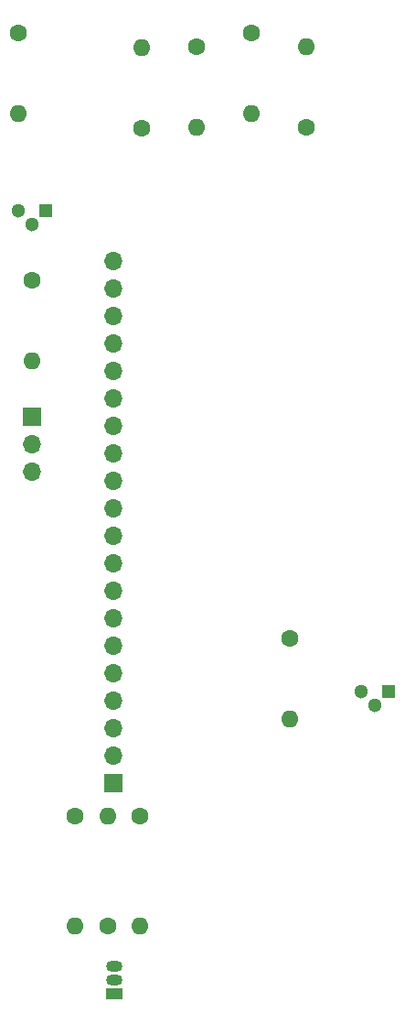
<source format=gbs>
G04 #@! TF.GenerationSoftware,KiCad,Pcbnew,(6.0.7)*
G04 #@! TF.CreationDate,2022-11-05T23:49:30+01:00*
G04 #@! TF.ProjectId,vogelhuisje_camera_board,766f6765-6c68-4756-9973-6a655f63616d,rev?*
G04 #@! TF.SameCoordinates,Original*
G04 #@! TF.FileFunction,Soldermask,Bot*
G04 #@! TF.FilePolarity,Negative*
%FSLAX46Y46*%
G04 Gerber Fmt 4.6, Leading zero omitted, Abs format (unit mm)*
G04 Created by KiCad (PCBNEW (6.0.7)) date 2022-11-05 23:49:30*
%MOMM*%
%LPD*%
G01*
G04 APERTURE LIST*
%ADD10C,1.600000*%
%ADD11O,1.600000X1.600000*%
%ADD12R,1.300000X1.300000*%
%ADD13C,1.300000*%
%ADD14R,1.700000X1.700000*%
%ADD15O,1.700000X1.700000*%
%ADD16R,1.500000X1.050000*%
%ADD17O,1.500000X1.050000*%
G04 APERTURE END LIST*
D10*
X117867500Y-114420000D03*
D11*
X117867500Y-121920000D03*
D10*
X104140000Y-67310000D03*
D11*
X104140000Y-59810000D03*
D10*
X92710000Y-58480000D03*
D11*
X92710000Y-65980000D03*
D10*
X119380000Y-67250000D03*
D11*
X119380000Y-59750000D03*
D10*
X93980000Y-81340000D03*
D11*
X93980000Y-88840000D03*
D10*
X114300000Y-58480000D03*
D11*
X114300000Y-65980000D03*
D10*
X109220000Y-59750000D03*
D11*
X109220000Y-67250000D03*
D12*
X127000000Y-119380000D03*
D13*
X125730000Y-120650000D03*
X124460000Y-119380000D03*
D12*
X95250000Y-74930000D03*
D13*
X93980000Y-76200000D03*
X92710000Y-74930000D03*
D14*
X93980000Y-93980000D03*
D15*
X93980000Y-96520000D03*
X93980000Y-99060000D03*
D14*
X101500000Y-127850000D03*
D15*
X101500000Y-125310000D03*
X101500000Y-122770000D03*
X101500000Y-120230000D03*
X101500000Y-117690000D03*
X101500000Y-115150000D03*
X101500000Y-112610000D03*
X101500000Y-110070000D03*
X101500000Y-107530000D03*
X101500000Y-104990000D03*
X101500000Y-102450000D03*
X101500000Y-99910000D03*
X101500000Y-97370000D03*
X101500000Y-94830000D03*
X101500000Y-92290000D03*
X101500000Y-89750000D03*
X101500000Y-87210000D03*
X101500000Y-84670000D03*
X101500000Y-82130000D03*
X101500000Y-79590000D03*
D16*
X101600000Y-147320000D03*
D17*
X101600000Y-146050000D03*
X101600000Y-144780000D03*
D10*
X101000000Y-141080000D03*
D11*
X101000000Y-130920000D03*
D10*
X104000000Y-130920000D03*
D11*
X104000000Y-141080000D03*
D10*
X98000000Y-130920000D03*
D11*
X98000000Y-141080000D03*
M02*

</source>
